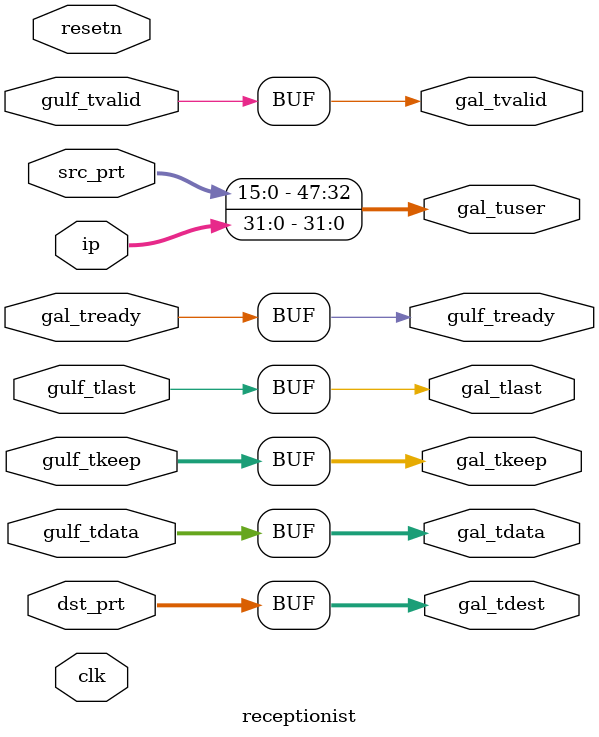
<source format=v>
`timescale 1 ps / 1 ps

module receptionist
   (
    gulf_tready,
    gulf_tvalid,
    gulf_tdata,
    gulf_tkeep,
    gulf_tlast,
    ip,
    src_prt,
    dst_prt,
    gal_tready,
    gal_tvalid,
    gal_tdata,
    gal_tkeep,
    gal_tlast,
    gal_tuser,
    gal_tdest,
    clk,
    resetn
    );


  output gulf_tready;
  input gulf_tvalid;
  input [511:0] gulf_tdata;
  input [63:0] gulf_tkeep;
  input gulf_tlast;
  input [31:0] ip;
  input [15:0] src_prt;
  input [15:0] dst_prt;
  
  input gal_tready;
  output gal_tvalid;
  output [511:0] gal_tdata;
  output [63:0] gal_tkeep;
  output gal_tlast;
  output [47:0] gal_tuser;
  output [15:0] gal_tdest;
  
  input clk;
  input resetn;
  
  assign gulf_tready = gal_tready;
  assign gal_tvalid = gulf_tvalid;
  assign gal_tdata = gulf_tdata;
  assign gal_tkeep = gulf_tkeep;
  assign gal_tlast = gulf_tlast;
  assign gal_tdest = dst_prt;
  assign gal_tuser[47:32] = src_prt;
  assign gal_tuser[31:0] = ip;
endmodule

</source>
